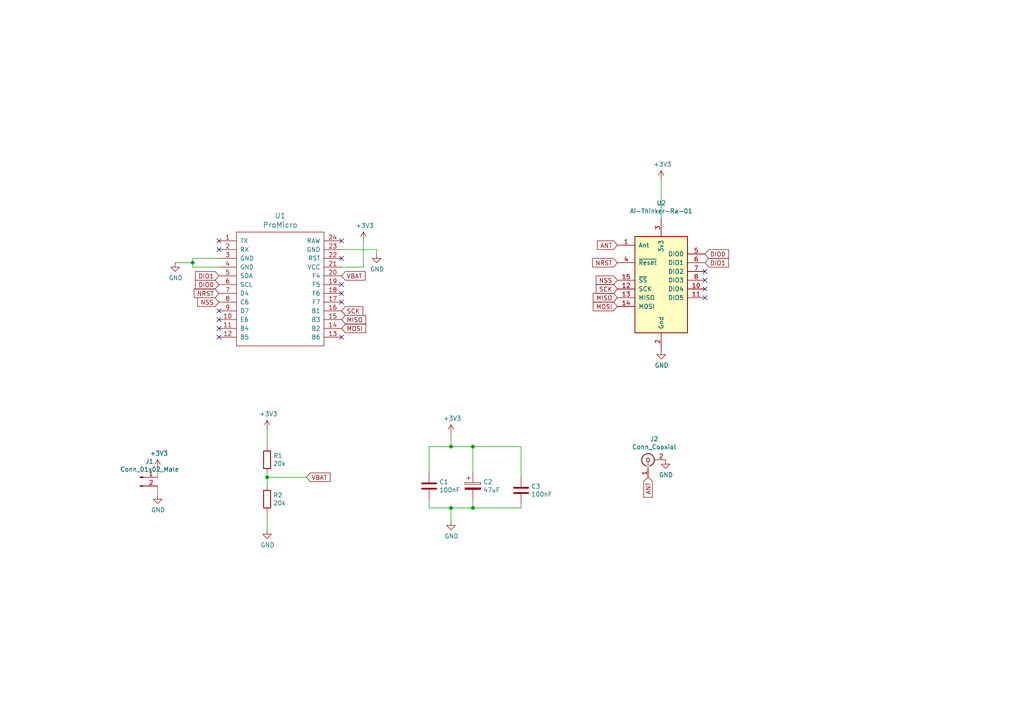
<source format=kicad_sch>
(kicad_sch (version 20211123) (generator eeschema)
  (paper "A4")
  (lib_symbols
    (symbol "Connector:Conn_01x02_Male" (pin_names (offset 1.016) hide)
      (property "Reference" "J" (at 0 2.54 0))
      (property "Value" "Conn_01x02_Male" (at 0 -5.08 0))
      (symbol "Conn_01x02_Male_1_1"
        (polyline (pts (xy 1.27 -2.54) (xy 0.8636 -2.54)) (stroke (width 0.1524)))
        (polyline (pts (xy 1.27 0) (xy 0.8636 0)) (stroke (width 0.1524)))
        (rectangle (start 0.8636 -2.413) (end 0 -2.667) (stroke (width 0.1524)) (fill (type outline)))
        (rectangle (start 0.8636 0.127) (end 0 -0.127) (stroke (width 0.1524)) (fill (type outline)))
        (pin passive line (at 5.08 0 180) (length 3.81) (name "Pin_1") (number "1"))
        (pin passive line (at 5.08 -2.54 180) (length 3.81) (name "Pin_2") (number "2"))
      )
    )
    (symbol "Connector:Conn_Coaxial" (pin_names (offset 1.016) hide)
      (property "Reference" "J" (at 0.254 3.048 0))
      (property "Value" "Conn_Coaxial" (at 2.921 0 90))
      (symbol "Conn_Coaxial_0_1"
        (arc (start -1.778 -0.508) (mid 0.2311 -1.8066) (end 1.778 0) (stroke (width 0.254)))
        (polyline (pts (xy -2.54 0) (xy -0.508 0)))
        (polyline (pts (xy 0 -2.54) (xy 0 -1.778)))
        (circle (center 0 0) (radius 0.508) (stroke (width 0.2032)))
        (arc (start 1.778 0) (mid 0.2099 1.8101) (end -1.778 0.508) (stroke (width 0.254)))
      )
      (symbol "Conn_Coaxial_1_1"
        (pin passive line (at -5.08 0 0) (length 2.54) (name "In") (number "1"))
        (pin passive line (at 0 -5.08 90) (length 2.54) (name "Ext") (number "2"))
      )
    )
    (symbol "Device:C" (pin_numbers hide) (pin_names (offset 0.254))
      (property "Reference" "C" (at 0.635 2.54 0))
      (property "Value" "C" (at 0.635 -2.54 0))
      (symbol "C_0_1"
        (polyline (pts (xy -2.032 -0.762) (xy 2.032 -0.762)) (stroke (width 0.508)))
        (polyline (pts (xy -2.032 0.762) (xy 2.032 0.762)) (stroke (width 0.508)))
      )
      (symbol "C_1_1"
        (pin passive line (at 0 3.81 270) (length 2.794) (name "~") (number "1"))
        (pin passive line (at 0 -3.81 90) (length 2.794) (name "~") (number "2"))
      )
    )
    (symbol "Device:R" (pin_numbers hide) (pin_names (offset 0))
      (property "Reference" "R" (at 2.032 0 90))
      (property "Value" "R" (at 0 0 90))
      (symbol "R_0_1"
        (rectangle (start -1.016 -2.54) (end 1.016 2.54) (stroke (width 0.254)))
      )
      (symbol "R_1_1"
        (pin passive line (at 0 3.81 270) (length 1.27) (name "~") (number "1"))
        (pin passive line (at 0 -3.81 90) (length 1.27) (name "~") (number "2"))
      )
    )
    (symbol "lora_digirepeater_micro-rescue:+3.3V-power" (power) (pin_names (offset 0))
      (property "Value" "+3.3V-power" (at 0 3.556 0))
      (symbol "+3.3V-power_0_1"
        (polyline (pts (xy -0.762 1.27) (xy 0 2.54)))
        (polyline (pts (xy 0 0) (xy 0 2.54)))
        (polyline (pts (xy 0 2.54) (xy 0.762 1.27)))
      )
      (symbol "+3.3V-power_1_1"
        (pin power_in line (at 0 0 90) (length 0) hide (name "+3V3") (number "1"))
      )
    )
    (symbol "lora_digirepeater_micro-rescue:Ai-Thinker-Ra-01-RF_Module" (pin_names (offset 1.016))
      (property "Reference" "U" (at 2.54 17.78 0))
      (property "Value" "Ai-Thinker-Ra-01-RF_Module" (at 10.16 -13.97 0))
      (symbol "Ai-Thinker-Ra-01-RF_Module_0_1"
        (rectangle (start -7.62 15.24) (end 7.62 -12.7) (stroke (width 0.254)) (fill (type background)))
      )
      (symbol "Ai-Thinker-Ra-01-RF_Module_1_1"
        (pin input line (at -12.7 12.7 0) (length 5.08) (name "Ant") (number "1"))
        (pin bidirectional line (at 12.7 0 180) (length 5.08) (name "DIO4") (number "10"))
        (pin bidirectional line (at 12.7 -2.54 180) (length 5.08) (name "DIO5") (number "11"))
        (pin bidirectional line (at -12.7 0 0) (length 5.08) (name "SCK") (number "12"))
        (pin output line (at -12.7 -2.54 0) (length 5.08) (name "MISO") (number "13"))
        (pin input line (at -12.7 -5.08 0) (length 5.08) (name "MOSI") (number "14"))
        (pin input line (at -12.7 2.54 0) (length 5.08) (name "~{SS}") (number "15"))
        (pin passive line (at 0 -17.78 90) (length 5.08) hide (name "Gnd") (number "16"))
        (pin power_in line (at 0 -17.78 90) (length 5.08) (name "Gnd") (number "2"))
        (pin power_in line (at 0 20.32 270) (length 5.08) (name "3v3") (number "3"))
        (pin input line (at -12.7 7.62 0) (length 5.08) (name "~{Reset}") (number "4"))
        (pin bidirectional line (at 12.7 10.16 180) (length 5.08) (name "DIO0") (number "5"))
        (pin bidirectional line (at 12.7 7.62 180) (length 5.08) (name "DIO1") (number "6"))
        (pin bidirectional line (at 12.7 5.08 180) (length 5.08) (name "DIO2") (number "7"))
        (pin bidirectional line (at 12.7 2.54 180) (length 5.08) (name "DIO3") (number "8"))
        (pin passive line (at 0 -17.78 90) (length 5.08) hide (name "Gnd") (number "9"))
      )
    )
    (symbol "lora_digirepeater_micro-rescue:CP-Device" (pin_numbers hide) (pin_names (offset 0.254))
      (property "Reference" "C" (at 0.635 2.54 0))
      (property "Value" "CP-Device" (at 0.635 -2.54 0))
      (symbol "CP-Device_0_1"
        (rectangle (start -2.286 0.508) (end 2.286 1.016))
        (polyline (pts (xy -1.778 2.286) (xy -0.762 2.286)))
        (polyline (pts (xy -1.27 2.794) (xy -1.27 1.778)))
        (rectangle (start 2.286 -0.508) (end -2.286 -1.016) (fill (type outline)))
      )
      (symbol "CP-Device_1_1"
        (pin passive line (at 0 3.81 270) (length 2.794) (name "~") (number "1"))
        (pin passive line (at 0 -3.81 90) (length 2.794) (name "~") (number "2"))
      )
    )
    (symbol "micro:ProMicro" (pin_names (offset 1.016))
      (property "Reference" "U" (at 0 24.13 0))
      (property "Value" "ProMicro" (at 0 -13.97 0))
      (symbol "ProMicro_0_1"
        (rectangle (start -12.7 21.59) (end 12.7 -11.43))
      )
      (symbol "ProMicro_1_1"
        (pin bidirectional line (at -17.78 19.05 0) (length 5.08) (name "TX") (number "1"))
        (pin bidirectional line (at -17.78 -3.81 0) (length 5.08) (name "E6") (number "10"))
        (pin bidirectional line (at -17.78 -6.35 0) (length 5.08) (name "B4") (number "11"))
        (pin bidirectional line (at -17.78 -8.89 0) (length 5.08) (name "B5") (number "12"))
        (pin bidirectional line (at 17.78 -8.89 180) (length 5.08) (name "B6") (number "13"))
        (pin bidirectional line (at 17.78 -6.35 180) (length 5.08) (name "B2") (number "14"))
        (pin bidirectional line (at 17.78 -3.81 180) (length 5.08) (name "B3") (number "15"))
        (pin bidirectional line (at 17.78 -1.27 180) (length 5.08) (name "B1") (number "16"))
        (pin bidirectional line (at 17.78 1.27 180) (length 5.08) (name "F7") (number "17"))
        (pin bidirectional line (at 17.78 3.81 180) (length 5.08) (name "F6") (number "18"))
        (pin bidirectional line (at 17.78 6.35 180) (length 5.08) (name "F5") (number "19"))
        (pin bidirectional line (at -17.78 16.51 0) (length 5.08) (name "RX") (number "2"))
        (pin bidirectional line (at 17.78 8.89 180) (length 5.08) (name "F4") (number "20"))
        (pin power_in line (at 17.78 11.43 180) (length 5.08) (name "VCC") (number "21"))
        (pin input line (at 17.78 13.97 180) (length 5.08) (name "RST") (number "22"))
        (pin power_in line (at 17.78 16.51 180) (length 5.08) (name "GND") (number "23"))
        (pin power_out line (at 17.78 19.05 180) (length 5.08) (name "RAW") (number "24"))
        (pin power_in line (at -17.78 13.97 0) (length 5.08) (name "GND") (number "3"))
        (pin power_in line (at -17.78 11.43 0) (length 5.08) (name "GND") (number "4"))
        (pin bidirectional line (at -17.78 8.89 0) (length 5.08) (name "SDA") (number "5"))
        (pin bidirectional line (at -17.78 6.35 0) (length 5.08) (name "SCL") (number "6"))
        (pin bidirectional line (at -17.78 3.81 0) (length 5.08) (name "D4") (number "7"))
        (pin bidirectional line (at -17.78 1.27 0) (length 5.08) (name "C6") (number "8"))
        (pin bidirectional line (at -17.78 -1.27 0) (length 5.08) (name "D7") (number "9"))
      )
    )
    (symbol "power:GND" (power) (pin_names (offset 0))
      (property "Value" "GND" (at 0 -3.81 0))
      (symbol "GND_0_1"
        (polyline (pts (xy 0 0) (xy 0 -1.27) (xy 1.27 -1.27) (xy 0 -2.54) (xy -1.27 -1.27) (xy 0 -1.27)))
      )
      (symbol "GND_1_1"
        (pin power_in line (at 0 0 270) (length 0) hide (name "GND") (number "1"))
      )
    )
  )
  (junction (at 77.47 138.43))
  (junction (at 137.16 147.32))
  (junction (at 137.16 129.54))
  (junction (at 130.81 129.54))
  (junction (at 55.88 76.2))
  (junction (at 130.81 147.32))
  (no_connect (at 204.47 86.36))
  (no_connect (at 204.47 81.28))
  (no_connect (at 63.5 72.39))
  (no_connect (at 99.06 74.93))
  (no_connect (at 63.5 95.25))
  (no_connect (at 63.5 92.71))
  (no_connect (at 99.06 69.85))
  (no_connect (at 63.5 69.85))
  (no_connect (at 204.47 83.82))
  (no_connect (at 63.5 90.17))
  (no_connect (at 204.47 78.74))
  (no_connect (at 99.06 85.09))
  (no_connect (at 99.06 87.63))
  (no_connect (at 63.5 97.79))
  (no_connect (at 99.06 97.79))
  (no_connect (at 99.06 82.55))
  (wire (pts (xy 77.47 148.59) (xy 77.47 153.67)))
  (wire (pts (xy 99.06 72.39) (xy 109.22 72.39)))
  (wire (pts (xy 55.88 74.93) (xy 55.88 76.2)))
  (wire (pts (xy 137.16 137.16) (xy 137.16 129.54)))
  (wire (pts (xy 137.16 147.32) (xy 151.13 147.32)))
  (wire (pts (xy 137.16 129.54) (xy 130.81 129.54)))
  (wire (pts (xy 130.81 147.32) (xy 124.46 147.32)))
  (wire (pts (xy 137.16 147.32) (xy 130.81 147.32)))
  (wire (pts (xy 130.81 125.73) (xy 130.81 129.54)))
  (wire (pts (xy 124.46 147.32) (xy 124.46 144.78)))
  (wire (pts (xy 77.47 124.46) (xy 77.47 129.54)))
  (wire (pts (xy 151.13 129.54) (xy 137.16 129.54)))
  (wire (pts (xy 105.41 77.47) (xy 99.06 77.47)))
  (wire (pts (xy 45.72 138.43) (xy 45.72 135.89)))
  (wire (pts (xy 55.88 76.2) (xy 50.8 76.2)))
  (wire (pts (xy 63.5 77.47) (xy 55.88 77.47)))
  (wire (pts (xy 105.41 69.85) (xy 105.41 77.47)))
  (wire (pts (xy 137.16 144.78) (xy 137.16 147.32)))
  (wire (pts (xy 88.9 138.43) (xy 77.47 138.43)))
  (wire (pts (xy 130.81 129.54) (xy 124.46 129.54)))
  (wire (pts (xy 77.47 137.16) (xy 77.47 138.43)))
  (wire (pts (xy 151.13 147.32) (xy 151.13 146.05)))
  (wire (pts (xy 151.13 138.43) (xy 151.13 129.54)))
  (wire (pts (xy 55.88 76.2) (xy 55.88 77.47)))
  (wire (pts (xy 45.72 140.97) (xy 45.72 143.51)))
  (wire (pts (xy 130.81 151.13) (xy 130.81 147.32)))
  (wire (pts (xy 109.22 72.39) (xy 109.22 73.66)))
  (wire (pts (xy 191.77 52.07) (xy 191.77 63.5)))
  (wire (pts (xy 77.47 138.43) (xy 77.47 140.97)))
  (wire (pts (xy 63.5 74.93) (xy 55.88 74.93)))
  (wire (pts (xy 124.46 129.54) (xy 124.46 137.16)))
  (global_label "SCK" (shape input) (at 179.07 83.82 180) (property "Intersheet References" "${INTERSHEET_REFS}" (effects hide)))
  (global_label "DIO0" (shape input) (at 63.5 82.55 180) (property "Intersheet References" "${INTERSHEET_REFS}" (effects hide)))
  (global_label "NRST" (shape input) (at 63.5 85.09 180) (property "Intersheet References" "${INTERSHEET_REFS}" (effects hide)))
  (global_label "MISO" (shape input) (at 179.07 86.36 180) (property "Intersheet References" "${INTERSHEET_REFS}" (effects hide)))
  (global_label "VBAT" (shape input) (at 99.06 80.01 0) (property "Intersheet References" "${INTERSHEET_REFS}" (effects hide)))
  (global_label "NSS" (shape input) (at 179.07 81.28 180) (property "Intersheet References" "${INTERSHEET_REFS}" (effects hide)))
  (global_label "MOSI" (shape input) (at 179.07 88.9 180) (property "Intersheet References" "${INTERSHEET_REFS}" (effects hide)))
  (global_label "MISO" (shape input) (at 99.06 92.71 0) (property "Intersheet References" "${INTERSHEET_REFS}" (effects hide)))
  (global_label "ANT" (shape input) (at 179.07 71.12 180) (property "Intersheet References" "${INTERSHEET_REFS}" (effects hide)))
  (global_label "ANT" (shape input) (at 187.96 138.43 270) (property "Intersheet References" "${INTERSHEET_REFS}" (effects hide)))
  (global_label "DIO0" (shape input) (at 204.47 73.66 0) (property "Intersheet References" "${INTERSHEET_REFS}" (effects hide)))
  (global_label "VBAT" (shape input) (at 88.9 138.43 0) (property "Intersheet References" "${INTERSHEET_REFS}" (effects hide)))
  (global_label "NRST" (shape input) (at 179.07 76.2 180) (property "Intersheet References" "${INTERSHEET_REFS}" (effects hide)))
  (global_label "NSS" (shape input) (at 63.5 87.63 180) (property "Intersheet References" "${INTERSHEET_REFS}" (effects hide)))
  (global_label "MOSI" (shape input) (at 99.06 95.25 0) (property "Intersheet References" "${INTERSHEET_REFS}" (effects hide)))
  (global_label "DIO1" (shape input) (at 204.47 76.2 0) (property "Intersheet References" "${INTERSHEET_REFS}" (effects hide)))
  (global_label "DIO1" (shape input) (at 63.5 80.01 180) (property "Intersheet References" "${INTERSHEET_REFS}" (effects hide)))
  (global_label "SCK" (shape input) (at 99.06 90.17 0) (property "Intersheet References" "${INTERSHEET_REFS}" (effects hide)))
  (symbol (lib_id "micro:ProMicro") (at 81.28 88.9 0) (unit 1)
    (property "Reference" "U1" (at 81.28 62.5602 0) (effects (font (size 1.524 1.524))))
    (property "Value" "ProMicro" (at 81.28 65.2526 0) (effects (font (size 1.524 1.524))))
    (property "Footprint" "micro:ProMicro-NoSilk" (effects hide))
  )
  (symbol (lib_id "lora_digirepeater_micro-rescue:Ai-Thinker-Ra-01-RF_Module") (at 191.77 83.82 0) (unit 1)
    (property "Reference" "U2" (at 191.77 58.9026 0))
    (property "Value" "Ai-Thinker-Ra-01" (at 191.77 61.214 0))
    (property "Footprint" "RF_Module:Ai-Thinker-Ra-01-LoRa" (effects hide))
    (property "Datasheet" "https://mikroelectron.com/Product/10KM-433M-LORA-LONG-RANGE-WIRELESS-MODULE-RA-01" (effects hide))
  )
  (symbol (lib_id "power:GND") (at 191.77 101.6 0) (unit 1)
    (property "Reference" "#PWR04" (effects hide))
    (property "Value" "GND" (at 191.897 105.9942 0))
  )
  (symbol (lib_id "power:GND") (at 109.22 73.66 0) (unit 1)
    (property "Reference" "#PWR02" (effects hide))
    (property "Value" "GND" (at 109.347 78.0542 0))
  )
  (symbol (lib_id "lora_digirepeater_micro-rescue:+3.3V-power") (at 191.77 52.07 0) (unit 1)
    (property "Reference" "#PWR03" (effects hide))
    (property "Value" "+3.3V" (at 192.151 47.6758 0))
  )
  (symbol (lib_id "lora_digirepeater_micro-rescue:+3.3V-power") (at 105.41 69.85 0) (unit 1)
    (property "Reference" "#PWR01" (effects hide))
    (property "Value" "+3.3V" (at 105.791 65.4558 0))
  )
  (symbol (lib_id "Device:C") (at 151.13 142.24 0) (unit 1)
    (property "Reference" "C3" (at 154.051 141.0716 0) (effects (justify left)))
    (property "Value" "100nF" (at 154.051 143.383 0) (effects (justify left)))
    (property "Footprint" "Capacitor_SMD:C_0805_2012Metric_Pad1.18x1.45mm_HandSolder" (effects hide))
  )
  (symbol (lib_id "Device:C") (at 124.46 140.97 0) (unit 1)
    (property "Reference" "C1" (at 127.381 139.8016 0) (effects (justify left)))
    (property "Value" "100nF" (at 127.381 142.113 0) (effects (justify left)))
    (property "Footprint" "Capacitor_SMD:C_0805_2012Metric_Pad1.18x1.45mm_HandSolder" (effects hide))
  )
  (symbol (lib_id "lora_digirepeater_micro-rescue:CP-Device") (at 137.16 140.97 0) (unit 1)
    (property "Reference" "C2" (at 140.1572 139.8016 0) (effects (justify left)))
    (property "Value" "47uF" (at 140.1572 142.113 0) (effects (justify left)))
    (property "Footprint" "Capacitor_Tantalum_SMD:CP_EIA-7132-28_AVX-C_Pad2.72x3.50mm_HandSolder" (effects hide))
  )
  (symbol (lib_id "lora_digirepeater_micro-rescue:+3.3V-power") (at 45.72 135.89 0) (unit 1)
    (property "Reference" "#PWR05" (effects hide))
    (property "Value" "+3.3V" (at 46.101 131.4958 0))
  )
  (symbol (lib_id "power:GND") (at 45.72 143.51 0) (unit 1)
    (property "Reference" "#PWR06" (effects hide))
    (property "Value" "GND" (at 45.847 147.9042 0))
  )
  (symbol (lib_id "Connector:Conn_01x02_Male") (at 40.64 138.43 0) (unit 1)
    (property "Reference" "J1" (at 43.3832 133.8326 0))
    (property "Value" "Conn_01x02_Male" (at 43.3832 136.144 0))
    (property "Footprint" "Connector_PinSocket_2.54mm:PinSocket_1x02_P2.54mm_Vertical" (effects hide))
  )
  (symbol (lib_id "Connector:Conn_Coaxial") (at 187.96 133.35 90) (unit 1)
    (property "Reference" "J2" (at 189.7634 127.3302 90))
    (property "Value" "Conn_Coaxial" (at 189.7634 129.6416 90))
    (property "Footprint" "Connector_Coaxial:SMA_Samtec_SMA-J-P-X-ST-EM1_EdgeMount" (effects hide))
    (property "Datasheet" " ~" (effects hide))
  )
  (symbol (lib_id "Device:R") (at 77.47 133.35 0) (unit 1)
    (property "Reference" "R1" (at 79.248 132.1816 0) (effects (justify left)))
    (property "Value" "20k" (at 79.248 134.493 0) (effects (justify left)))
    (property "Footprint" "Resistor_SMD:R_0805_2012Metric_Pad1.20x1.40mm_HandSolder" (effects hide))
  )
  (symbol (lib_id "Device:R") (at 77.47 144.78 0) (unit 1)
    (property "Reference" "R2" (at 79.248 143.6116 0) (effects (justify left)))
    (property "Value" "20k" (at 79.248 145.923 0) (effects (justify left)))
    (property "Footprint" "Resistor_SMD:R_0805_2012Metric_Pad1.20x1.40mm_HandSolder" (effects hide))
  )
  (symbol (lib_id "power:GND") (at 77.47 153.67 0) (unit 1)
    (property "Reference" "#PWR0101" (effects hide))
    (property "Value" "GND" (at 77.597 158.0642 0))
  )
  (symbol (lib_id "lora_digirepeater_micro-rescue:+3.3V-power") (at 77.47 124.46 0) (unit 1)
    (property "Reference" "#PWR0102" (effects hide))
    (property "Value" "+3.3V" (at 77.851 120.0658 0))
  )
  (symbol (lib_id "lora_digirepeater_micro-rescue:+3.3V-power") (at 130.81 125.73 0) (unit 1)
    (property "Reference" "#PWR0103" (effects hide))
    (property "Value" "+3.3V" (at 131.191 121.3358 0))
  )
  (symbol (lib_id "power:GND") (at 130.81 151.13 0) (unit 1)
    (property "Reference" "#PWR0104" (effects hide))
    (property "Value" "GND" (at 130.937 155.5242 0))
  )
  (symbol (lib_id "power:GND") (at 50.8 76.2 0) (unit 1)
    (property "Reference" "#PWR0105" (effects hide))
    (property "Value" "GND" (at 50.927 80.5942 0))
  )
  (symbol (lib_id "power:GND") (at 193.04 133.35 0) (unit 1)
    (property "Reference" "#PWR0106" (effects hide))
    (property "Value" "GND" (at 193.167 137.7442 0))
  )
)
</source>
